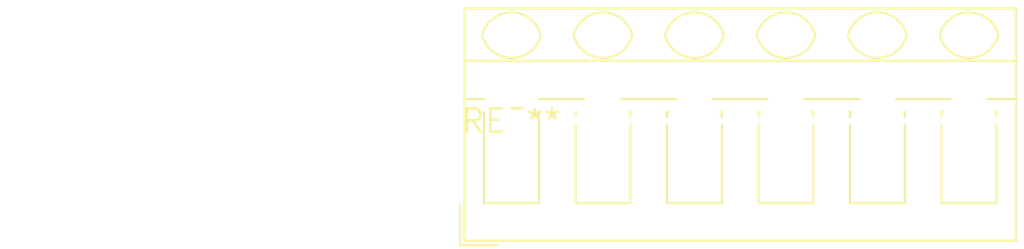
<source format=kicad_pcb>
(kicad_pcb (version 20240108) (generator pcbnew)
  (layers (0 "F.Cu" signal) (31 "B.Cu" signal) (34 "B.Paste" user) (35 "F.Paste" user) (36 "B.SilkS" user "B.Silkscreen") (37 "F.SilkS" user "F.Silkscreen") (38 "B.Mask" user) (39 "F.Mask" user) (44 "Edge.Cuts" user))
  (net 0 "")
  (footprint "TerminalBlock_RND_205-00060_1x06_P5.00mm_45Degree" (layer "F.Cu") (at 0 0)
    (property "Reference" "REF**")
    (property "Value" "TerminalBlock_RND_205-00060_1x06_P5.00mm_45Degree")
    (fp_line (start -2.8 4.56) (end -2.8 6.8) (layer "F.SilkS") (stroke (width 0.12)))
    (fp_line (start -2.8 6.8) (end -0.8 6.8) (layer "F.SilkS") (stroke (width 0.12)))
    (fp_line (start -2.56 -6.16) (end -2.56 6.56) (layer "F.SilkS") (stroke (width 0.12)))
    (fp_line (start -2.56 -6.16) (end 27.56 -6.16) (layer "F.SilkS") (stroke (width 0.12)))
    (fp_line (start -2.56 -3.301) (end 27.56 -3.301) (layer "F.SilkS") (stroke (width 0.12)))
    (fp_line (start -2.56 -1.201) (end -1.49 -1.201) (layer "F.SilkS") (stroke (width 0.12)))
    (fp_line (start -2.56 6.56) (end 27.56 6.56) (layer "F.SilkS") (stroke (width 0.12)))
    (fp_line (start -1.5 -0.5) (end -1.5 4.5) (layer "F.SilkS") (stroke (width 0.12)))
    (fp_line (start -1.5 -0.5) (end -1.49 -0.5) (layer "F.SilkS") (stroke (width 0.12)))
    (fp_line (start -1.5 4.5) (end 1.5 4.5) (layer "F.SilkS") (stroke (width 0.12)))
    (fp_line (start 1.49 -1.201) (end 4 -1.201) (layer "F.SilkS") (stroke (width 0.12)))
    (fp_line (start 1.49 -0.5) (end 1.5 -0.5) (layer "F.SilkS") (stroke (width 0.12)))
    (fp_line (start 1.5 -0.5) (end 1.5 4.5) (layer "F.SilkS") (stroke (width 0.12)))
    (fp_line (start 3.5 -0.5) (end 3.5 -0.202) (layer "F.SilkS") (stroke (width 0.12)))
    (fp_line (start 3.5 -0.5) (end 3.57 -0.5) (layer "F.SilkS") (stroke (width 0.12)))
    (fp_line (start 3.5 0.202) (end 3.5 4.5) (layer "F.SilkS") (stroke (width 0.12)))
    (fp_line (start 3.5 4.5) (end 6.5 4.5) (layer "F.SilkS") (stroke (width 0.12)))
    (fp_line (start 6.001 -1.201) (end 9 -1.201) (layer "F.SilkS") (stroke (width 0.12)))
    (fp_line (start 6.431 -0.5) (end 6.5 -0.5) (layer "F.SilkS") (stroke (width 0.12)))
    (fp_line (start 6.5 -0.5) (end 6.5 -0.202) (layer "F.SilkS") (stroke (width 0.12)))
    (fp_line (start 6.5 0.202) (end 6.5 4.5) (layer "F.SilkS") (stroke (width 0.12)))
    (fp_line (start 8.5 -0.5) (end 8.5 -0.202) (layer "F.SilkS") (stroke (width 0.12)))
    (fp_line (start 8.5 -0.5) (end 8.57 -0.5) (layer "F.SilkS") (stroke (width 0.12)))
    (fp_line (start 8.5 0.202) (end 8.5 4.5) (layer "F.SilkS") (stroke (width 0.12)))
    (fp_line (start 8.5 4.5) (end 11.5 4.5) (layer "F.SilkS") (stroke (width 0.12)))
    (fp_line (start 11.001 -1.201) (end 14 -1.201) (layer "F.SilkS") (stroke (width 0.12)))
    (fp_line (start 11.431 -0.5) (end 11.5 -0.5) (layer "F.SilkS") (stroke (width 0.12)))
    (fp_line (start 11.5 -0.5) (end 11.5 -0.202) (layer "F.SilkS") (stroke (width 0.12)))
    (fp_line (start 11.5 0.202) (end 11.5 4.5) (layer "F.SilkS") (stroke (width 0.12)))
    (fp_line (start 13.5 -0.5) (end 13.5 -0.202) (layer "F.SilkS") (stroke (width 0.12)))
    (fp_line (start 13.5 -0.5) (end 13.57 -0.5) (layer "F.SilkS") (stroke (width 0.12)))
    (fp_line (start 13.5 0.202) (end 13.5 4.5) (layer "F.SilkS") (stroke (width 0.12)))
    (fp_line (start 13.5 4.5) (end 16.5 4.5) (layer "F.SilkS") (stroke (width 0.12)))
    (fp_line (start 16.001 -1.201) (end 19 -1.201) (layer "F.SilkS") (stroke (width 0.12)))
    (fp_line (start 16.431 -0.5) (end 16.5 -0.5) (layer "F.SilkS") (stroke (width 0.12)))
    (fp_line (start 16.5 -0.5) (end 16.5 -0.202) (layer "F.SilkS") (stroke (width 0.12)))
    (fp_line (start 16.5 0.202) (end 16.5 4.5) (layer "F.SilkS") (stroke (width 0.12)))
    (fp_line (start 18.5 -0.5) (end 18.5 -0.202) (layer "F.SilkS") (stroke (width 0.12)))
    (fp_line (start 18.5 -0.5) (end 18.57 -0.5) (layer "F.SilkS") (stroke (width 0.12)))
    (fp_line (start 18.5 0.202) (end 18.5 4.5) (layer "F.SilkS") (stroke (width 0.12)))
    (fp_line (start 18.5 4.5) (end 21.5 4.5) (layer "F.SilkS") (stroke (width 0.12)))
    (fp_line (start 21.001 -1.201) (end 24 -1.201) (layer "F.SilkS") (stroke (width 0.12)))
    (fp_line (start 21.431 -0.5) (end 21.5 -0.5) (layer "F.SilkS") (stroke (width 0.12)))
    (fp_line (start 21.5 -0.5) (end 21.5 -0.202) (layer "F.SilkS") (stroke (width 0.12)))
    (fp_line (start 21.5 0.202) (end 21.5 4.5) (layer "F.SilkS") (stroke (width 0.12)))
    (fp_line (start 23.5 -0.5) (end 23.5 -0.202) (layer "F.SilkS") (stroke (width 0.12)))
    (fp_line (start 23.5 -0.5) (end 23.57 -0.5) (layer "F.SilkS") (stroke (width 0.12)))
    (fp_line (start 23.5 0.202) (end 23.5 4.5) (layer "F.SilkS") (stroke (width 0.12)))
    (fp_line (start 23.5 4.5) (end 26.5 4.5) (layer "F.SilkS") (stroke (width 0.12)))
    (fp_line (start 26.001 -1.201) (end 27.56 -1.201) (layer "F.SilkS") (stroke (width 0.12)))
    (fp_line (start 26.431 -0.5) (end 26.5 -0.5) (layer "F.SilkS") (stroke (width 0.12)))
    (fp_line (start 26.5 -0.5) (end 26.5 -0.202) (layer "F.SilkS") (stroke (width 0.12)))
    (fp_line (start 26.5 0.202) (end 26.5 4.5) (layer "F.SilkS") (stroke (width 0.12)))
    (fp_line (start 27.56 -6.16) (end 27.56 6.56) (layer "F.SilkS") (stroke (width 0.12)))
    (fp_arc (start -1.600914 -4.700344) (mid 0.000177 -5.95097) (end 1.601 -4.7) (layer "F.SilkS") (stroke (width 0.12)))
    (fp_arc (start 1.6 -4.7) (mid -6.4e-05 -3.45) (end -1.600031 -4.700125) (layer "F.SilkS") (stroke (width 0.12)))
    (fp_arc (start 3.399086 -4.700344) (mid 5.000177 -5.95097) (end 6.601 -4.7) (layer "F.SilkS") (stroke (width 0.12)))
    (fp_arc (start 6.6 -4.7) (mid 4.999936 -3.45) (end 3.399969 -4.700125) (layer "F.SilkS") (stroke (width 0.12)))
    (fp_arc (start 8.399086 -4.700344) (mid 10.000177 -5.95097) (end 11.601 -4.7) (layer "F.SilkS") (stroke (width 0.12)))
    (fp_arc (start 11.6 -4.7) (mid 9.999936 -3.45) (end 8.399969 -4.700125) (layer "F.SilkS") (stroke (width 0.12)))
    (fp_arc (start 13.399086 -4.700344) (mid 15.000177 -5.95097) (end 16.601 -4.7) (layer "F.SilkS") (stroke (width 0.12)))
    (fp_arc (start 16.6 -4.7) (mid 14.999936 -3.45) (end 13.399969 -4.700125) (layer "F.SilkS") (stroke (width 0.12)))
    (fp_arc (start 18.399086 -4.700344) (mid 20.000177 -5.95097) (end 21.601 -4.7) (layer "F.SilkS") (stroke (width 0.12)))
    (fp_arc (start 21.6 -4.7) (mid 19.999936 -3.45) (end 18.399969 -4.700125) (layer "F.SilkS") (stroke (width 0.12)))
    (fp_arc (start 23.399086 -4.700344) (mid 25.000177 -5.95097) (end 26.601 -4.7) (layer "F.SilkS") (stroke (width 0.12)))
    (fp_arc (start 26.6 -4.7) (mid 24.999936 -3.45) (end 23.399969 -4.700125) (layer "F.SilkS") (stroke (width 0.12)))
    (pad "1" thru_hole rect (at 0 0) (size 2.5 2.5) (drill 1.3) (layers *.Cu *.Mask) (remove_unused_layers))
    (pad "2" thru_hole circle (at 5 0) (size 2.5 2.5) (drill 1.3) (layers *.Cu *.Mask) (remove_unused_layers))
    (pad "3" thru_hole circle (at 10 0) (size 2.5 2.5) (drill 1.3) (layers *.Cu *.Mask) (remove_unused_layers))
    (pad "4" thru_hole circle (at 15 0) (size 2.5 2.5) (drill 1.3) (layers *.Cu *.Mask) (remove_unused_layers))
    (pad "5" thru_hole circle (at 20 0) (size 2.5 2.5) (drill 1.3) (layers *.Cu *.Mask) (remove_unused_layers))
    (pad "6" thru_hole circle (at 25 0) (size 2.5 2.5) (drill 1.3) (layers *.Cu *.Mask) (remove_unused_layers))
  )
)
</source>
